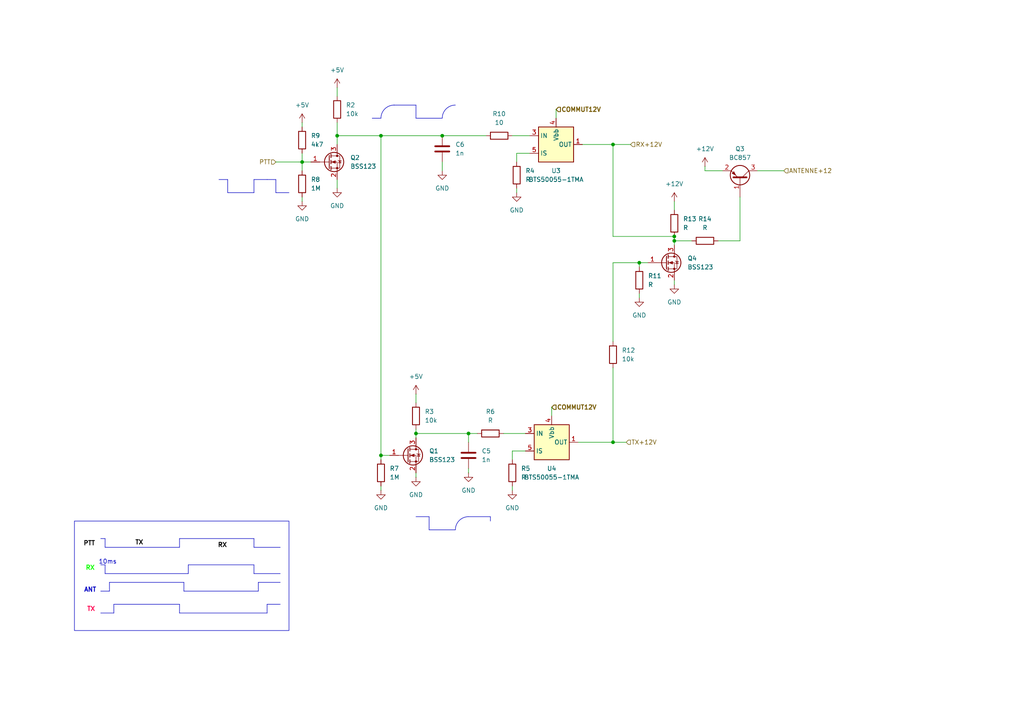
<source format=kicad_sch>
(kicad_sch (version 20231120) (generator "eeschema") (generator_version "8.0")
  (paper "A4")
  (title_block (title "JJK-144") (date "2024-10-04") (rev "V0-10") (company "F4DEB"))
  (lib_symbols
    (symbol "Device:C" (pin_numbers hide) (pin_names (offset 0.254))
      (property "Reference" "C" (at 0.635 2.54 0))
      (property "Value" "C" (at 0.635 -2.54 0))
      (symbol "C_0_1"
        (polyline (pts (xy -2.032 -0.762) (xy 2.032 -0.762)) (stroke (width 0.508)))
        (polyline (pts (xy -2.032 0.762) (xy 2.032 0.762)) (stroke (width 0.508)))
      )
      (symbol "C_1_1"
        (pin passive line (at 0 3.81 270) (length 2.794) (name "~") (number "1"))
        (pin passive line (at 0 -3.81 90) (length 2.794) (name "~") (number "2"))
      )
    )
    (symbol "Device:R" (pin_numbers hide) (pin_names (offset 0))
      (property "Reference" "R" (at 2.032 0 90))
      (property "Value" "R" (at 0 0 90))
      (symbol "R_0_1"
        (rectangle (start -1.016 -2.54) (end 1.016 2.54) (stroke (width 0.254)))
      )
      (symbol "R_1_1"
        (pin passive line (at 0 3.81 270) (length 1.27) (name "~") (number "1"))
        (pin passive line (at 0 -3.81 90) (length 1.27) (name "~") (number "2"))
      )
    )
    (symbol "Power_Management:BTS50055-1TMA"
      (property "Reference" "U" (at -5.08 6.35 0))
      (property "Value" "BTS50055-1TMA" (at 8.89 6.35 0))
      (symbol "BTS50055-1TMA_0_1"
        (rectangle (start -5.08 5.08) (end 5.08 -5.08) (stroke (width 0.254)) (fill (type background)))
      )
      (symbol "BTS50055-1TMA_1_1"
        (pin power_out line (at 7.62 0 180) (length 2.54) (name "OUT") (number "1"))
        (pin passive line (at 7.62 0 180) (length 2.54) hide (name "OUT") (number "2"))
        (pin input line (at -7.62 2.54 0) (length 2.54) (name "IN") (number "3"))
        (pin power_in line (at 0 7.62 270) (length 2.54) (name "Vbb") (number "4"))
        (pin output line (at -7.62 -2.54 0) (length 2.54) (name "IS") (number "5"))
        (pin passive line (at 7.62 0 180) (length 2.54) hide (name "OUT") (number "6"))
        (pin passive line (at 7.62 0 180) (length 2.54) hide (name "OUT") (number "7"))
      )
    )
    (symbol "Transistor_BJT:BC857" (pin_names (offset 0) hide)
      (property "Reference" "Q" (at 5.08 1.905 0))
      (property "Value" "BC857" (at 5.08 0 0))
      (symbol "BC857_0_1"
        (polyline (pts (xy 0.635 0.635) (xy 2.54 2.54)))
        (polyline (pts (xy 0.635 -0.635) (xy 2.54 -2.54) (xy 2.54 -2.54)))
        (polyline (pts (xy 0.635 1.905) (xy 0.635 -1.905) (xy 0.635 -1.905)) (stroke (width 0.508)))
        (polyline (pts (xy 2.286 -1.778) (xy 1.778 -2.286) (xy 1.27 -1.27) (xy 2.286 -1.778) (xy 2.286 -1.778)) (fill (type outline)))
        (circle (center 1.27 0) (radius 2.8194) (stroke (width 0.254)))
      )
      (symbol "BC857_1_1"
        (pin input line (at -5.08 0 0) (length 5.715) (name "B") (number "1"))
        (pin passive line (at 2.54 -5.08 90) (length 2.54) (name "E") (number "2"))
        (pin passive line (at 2.54 5.08 270) (length 2.54) (name "C") (number "3"))
      )
    )
    (symbol "Transistor_FET:BSS123" (pin_names hide)
      (property "Reference" "Q" (at 5.08 1.905 0))
      (property "Value" "BSS123" (at 5.08 0 0))
      (symbol "BSS123_0_1"
        (polyline (pts (xy 0.254 0) (xy -2.54 0)))
        (polyline (pts (xy 0.254 1.905) (xy 0.254 -1.905)) (stroke (width 0.254)))
        (polyline (pts (xy 0.762 -1.27) (xy 0.762 -2.286)) (stroke (width 0.254)))
        (polyline (pts (xy 0.762 0.508) (xy 0.762 -0.508)) (stroke (width 0.254)))
        (polyline (pts (xy 0.762 2.286) (xy 0.762 1.27)) (stroke (width 0.254)))
        (polyline (pts (xy 2.54 2.54) (xy 2.54 1.778)))
        (polyline (pts (xy 2.54 -2.54) (xy 2.54 0) (xy 0.762 0)))
        (polyline (pts (xy 0.762 -1.778) (xy 3.302 -1.778) (xy 3.302 1.778) (xy 0.762 1.778)))
        (polyline (pts (xy 1.016 0) (xy 2.032 0.381) (xy 2.032 -0.381) (xy 1.016 0)) (fill (type outline)))
        (polyline (pts (xy 2.794 0.508) (xy 2.921 0.381) (xy 3.683 0.381) (xy 3.81 0.254)))
        (polyline (pts (xy 3.302 0.381) (xy 2.921 -0.254) (xy 3.683 -0.254) (xy 3.302 0.381)))
        (circle (center 1.651 0) (radius 2.794) (stroke (width 0.254)))
        (circle (center 2.54 -1.778) (radius 0.254) (fill (type outline)))
        (circle (center 2.54 1.778) (radius 0.254) (fill (type outline)))
      )
      (symbol "BSS123_1_1"
        (pin input line (at -5.08 0 0) (length 2.54) (name "G") (number "1"))
        (pin passive line (at 2.54 -5.08 90) (length 2.54) (name "S") (number "2"))
        (pin passive line (at 2.54 5.08 270) (length 2.54) (name "D") (number "3"))
      )
    )
    (symbol "power:+12V" (power) (pin_numbers hide) (pin_names (offset 0) hide)
      (property "Value" "+12V" (at 0 3.556 0))
      (symbol "+12V_0_1"
        (polyline (pts (xy -0.762 1.27) (xy 0 2.54)))
        (polyline (pts (xy 0 0) (xy 0 2.54)))
        (polyline (pts (xy 0 2.54) (xy 0.762 1.27)))
      )
      (symbol "+12V_1_1"
        (pin power_in line (at 0 0 90) (length 0) (name "~") (number "1"))
      )
    )
    (symbol "power:+5V" (power) (pin_numbers hide) (pin_names (offset 0) hide)
      (property "Value" "+5V" (at 0 3.556 0))
      (symbol "+5V_0_1"
        (polyline (pts (xy -0.762 1.27) (xy 0 2.54)))
        (polyline (pts (xy 0 0) (xy 0 2.54)))
        (polyline (pts (xy 0 2.54) (xy 0.762 1.27)))
      )
      (symbol "+5V_1_1"
        (pin power_in line (at 0 0 90) (length 0) (name "~") (number "1"))
      )
    )
    (symbol "power:GND" (power) (pin_numbers hide) (pin_names (offset 0) hide)
      (property "Value" "GND" (at 0 -3.81 0))
      (symbol "GND_0_1"
        (polyline (pts (xy 0 0) (xy 0 -1.27) (xy 1.27 -1.27) (xy 0 -2.54) (xy -1.27 -1.27) (xy 0 -1.27)))
      )
      (symbol "GND_1_1"
        (pin power_in line (at 0 0 270) (length 0) (name "~") (number "1"))
      )
    )
  )
  (junction (at 135.89 125.73))
  (junction (at 185.42 76.2))
  (junction (at 177.8 128.27))
  (junction (at 120.65 125.73))
  (junction (at 87.63 46.99))
  (junction (at 128.27 39.37))
  (junction (at 195.58 68.58))
  (junction (at 110.49 39.37))
  (junction (at 177.8 41.91))
  (junction (at 110.49 132.08))
  (junction (at 195.58 69.85))
  (junction (at 97.79 39.37))
  (wire (pts (xy 97.79 35.56) (xy 97.79 39.37)))
  (wire (pts (xy 195.58 68.58) (xy 195.58 69.85)))
  (wire (pts (xy 97.79 52.07) (xy 97.79 54.61)))
  (wire (pts (xy 146.05 125.73) (xy 152.4 125.73)))
  (polyline (pts (xy 33.02 177.8) (xy 33.02 175.26)))
  (wire (pts (xy 148.59 39.37) (xy 153.67 39.37)))
  (wire (pts (xy 177.8 128.27) (xy 181.61 128.27)))
  (wire (pts (xy 195.58 69.85) (xy 195.58 71.12)))
  (wire (pts (xy 168.91 41.91) (xy 177.8 41.91)))
  (wire (pts (xy 120.65 125.73) (xy 120.65 127)))
  (polyline (pts (xy 73.66 156.21) (xy 73.66 158.75)))
  (wire (pts (xy 204.47 48.26) (xy 204.47 49.53)))
  (polyline (pts (xy 30.48 166.37) (xy 54.61 166.37)))
  (polyline (pts (xy 53.34 168.91) (xy 53.34 171.45)))
  (polyline (pts (xy 80.01 52.07) (xy 80.01 55.88)))
  (wire (pts (xy 110.49 132.08) (xy 113.03 132.08)))
  (polyline (pts (xy 73.66 52.07) (xy 77.47 52.07)))
  (wire (pts (xy 135.89 125.73) (xy 135.89 128.27)))
  (wire (pts (xy 149.86 44.45) (xy 153.67 44.45)))
  (polyline (pts (xy 114.3 30.48) (xy 120.65 30.48)))
  (polyline (pts (xy 52.07 156.21) (xy 73.66 156.21)))
  (polyline (pts (xy 29.21 163.83) (xy 30.48 163.83)))
  (polyline (pts (xy 120.65 149.86) (xy 124.46 149.86)))
  (wire (pts (xy 87.63 46.99) (xy 87.63 49.53)))
  (polyline (pts (xy 80.01 55.88) (xy 83.82 55.88)))
  (wire (pts (xy 110.49 39.37) (xy 128.27 39.37)))
  (polyline (pts (xy 66.04 52.07) (xy 66.04 55.88)))
  (wire (pts (xy 195.58 69.85) (xy 200.66 69.85)))
  (wire (pts (xy 214.63 57.15) (xy 214.63 69.85)))
  (wire (pts (xy 120.65 137.16) (xy 120.65 138.43)))
  (polyline (pts (xy 33.02 175.26) (xy 52.07 175.26)))
  (wire (pts (xy 80.01 46.99) (xy 87.63 46.99)))
  (wire (pts (xy 195.58 68.58) (xy 177.8 68.58)))
  (wire (pts (xy 87.63 44.45) (xy 87.63 46.99)))
  (polyline (pts (xy 52.07 177.8) (xy 77.47 177.8)))
  (wire (pts (xy 160.02 118.11) (xy 160.02 120.65)))
  (polyline (pts (xy 30.48 158.75) (xy 52.07 158.75)))
  (wire (pts (xy 177.8 68.58) (xy 177.8 41.91)))
  (polyline (pts (xy 77.47 177.8) (xy 77.47 175.26)))
  (polyline (pts (xy 29.21 177.8) (xy 33.02 177.8)))
  (wire (pts (xy 161.29 31.75) (xy 161.29 34.29)))
  (wire (pts (xy 195.58 81.28) (xy 195.58 82.55)))
  (wire (pts (xy 97.79 25.4) (xy 97.79 27.94)))
  (wire (pts (xy 177.8 106.68) (xy 177.8 128.27)))
  (polyline (pts (xy 52.07 158.75) (xy 52.07 156.21)))
  (wire (pts (xy 185.42 76.2) (xy 185.42 77.47)))
  (wire (pts (xy 110.49 39.37) (xy 110.49 132.08)))
  (polyline (pts (xy 124.46 153.67) (xy 132.08 153.67)))
  (polyline (pts (xy 31.75 171.45) (xy 31.75 168.91)))
  (wire (pts (xy 185.42 85.09) (xy 185.42 86.36)))
  (polyline (pts (xy 107.95 34.29) (xy 110.49 34.29)))
  (wire (pts (xy 87.63 46.99) (xy 90.17 46.99)))
  (polyline (pts (xy 74.93 171.45) (xy 74.93 168.91)))
  (wire (pts (xy 177.8 76.2) (xy 177.8 99.06)))
  (wire (pts (xy 110.49 140.97) (xy 110.49 142.24)))
  (wire (pts (xy 110.49 132.08) (xy 110.49 133.35)))
  (polyline (pts (xy 29.21 156.21) (xy 30.48 156.21)))
  (wire (pts (xy 128.27 39.37) (xy 140.97 39.37)))
  (polyline (pts (xy 29.21 171.45) (xy 31.75 171.45)))
  (wire (pts (xy 148.59 140.97) (xy 148.59 142.24)))
  (wire (pts (xy 149.86 44.45) (xy 149.86 46.99)))
  (wire (pts (xy 135.89 125.73) (xy 138.43 125.73)))
  (polyline (pts (xy 142.24 149.86) (xy 142.24 151.13)))
  (wire (pts (xy 148.59 130.81) (xy 148.59 133.35)))
  (polyline (pts (xy 77.47 175.26) (xy 81.28 175.26)))
  (wire (pts (xy 167.64 128.27) (xy 177.8 128.27)))
  (wire (pts (xy 148.59 130.81) (xy 152.4 130.81)))
  (polyline (pts (xy 73.66 166.37) (xy 81.28 166.37)))
  (polyline (pts (xy 124.46 149.86) (xy 124.46 153.67)))
  (wire (pts (xy 208.28 69.85) (xy 214.63 69.85)))
  (wire (pts (xy 177.8 76.2) (xy 185.42 76.2)))
  (wire (pts (xy 177.8 41.91) (xy 182.88 41.91)))
  (polyline (pts (xy 120.65 30.48) (xy 120.65 34.29)))
  (wire (pts (xy 185.42 76.2) (xy 187.96 76.2)))
  (polyline (pts (xy 66.04 55.88) (xy 73.66 55.88)))
  (wire (pts (xy 120.65 125.73) (xy 135.89 125.73)))
  (wire (pts (xy 120.65 125.73) (xy 120.65 124.46)))
  (polyline (pts (xy 30.48 158.75) (xy 30.48 156.21)))
  (polyline (pts (xy 30.48 163.83) (xy 30.48 166.37)))
  (polyline (pts (xy 73.66 55.88) (xy 73.66 52.07)))
  (wire (pts (xy 97.79 39.37) (xy 97.79 41.91)))
  (polyline (pts (xy 74.93 168.91) (xy 81.28 168.91)))
  (polyline (pts (xy 53.34 171.45) (xy 74.93 171.45)))
  (wire (pts (xy 87.63 35.56) (xy 87.63 36.83)))
  (wire (pts (xy 149.86 54.61) (xy 149.86 55.88)))
  (wire (pts (xy 128.27 46.99) (xy 128.27 49.53)))
  (wire (pts (xy 87.63 57.15) (xy 87.63 58.42)))
  (wire (pts (xy 97.79 39.37) (xy 110.49 39.37)))
  (polyline (pts (xy 73.66 158.75) (xy 81.28 158.75)))
  (polyline (pts (xy 135.89 149.86) (xy 142.24 149.86)))
  (wire (pts (xy 120.65 114.3) (xy 120.65 116.84)))
  (polyline (pts (xy 52.07 175.26) (xy 52.07 177.8)))
  (wire (pts (xy 219.71 49.53) (xy 227.33 49.53)))
  (wire (pts (xy 135.89 135.89) (xy 135.89 137.16)))
  (polyline (pts (xy 54.61 166.37) (xy 54.61 163.83)))
  (polyline (pts (xy 73.66 163.83) (xy 73.66 166.37)))
  (wire (pts (xy 204.47 49.53) (xy 209.55 49.53)))
  (polyline (pts (xy 63.5 52.07) (xy 66.04 52.07)))
  (polyline (pts (xy 120.65 34.29) (xy 125.73 34.29)))
  (polyline (pts (xy 77.47 52.07) (xy 80.01 52.07)))
  (polyline (pts (xy 125.73 34.29) (xy 128.27 34.29)))
  (wire (pts (xy 195.58 58.42) (xy 195.58 60.96)))
  (polyline (pts (xy 31.75 168.91) (xy 53.34 168.91)))
  (polyline (pts (xy 54.61 163.83) (xy 73.66 163.83)))
  (arc (start 110.49 34.29) (mid 111.6059 31.5959) (end 114.3 30.48))
  (arc (start 132.08 153.67) (mid 133.1959 150.9759) (end 135.89 149.86))
  (arc (start 128.27 34.29) (mid 129.3859 31.5959) (end 132.08 30.48))
  (rectangle (start 21.59 151.13) (end 83.82 182.88))
  (arc (start 114.3 30.48) (mid 114.3 30.48) (end 114.3 30.48))
  (text "TX" (at 40.386 157.48 0) (effects (font (size 1.27 1.27) (thickness 0.254) (bold yes))))
  (text "10ms" (at 31.242 163.068 0) (effects (font (size 1.27 1.27))))
  (text "PTT" (at 25.908 157.734 0) (effects (font (size 1.27 1.27) (thickness 0.254) (bold yes))))
  (text "RX" (at 26.162 164.846 0) (effects (font (size 1.27 1.27) (thickness 0.254) (bold yes))))
  (text "RX" (at 64.516 158.242 0) (effects (font (size 1.27 1.27) (thickness 0.254) (bold yes))))
  (text "TX" (at 26.416 176.784 0) (effects (font (size 1.27 1.27) (thickness 0.254) (bold yes))))
  (text "ANT" (at 26.162 171.196 0) (effects (font (size 1.27 1.27) (thickness 0.254) (bold yes))))
  (hierarchical_label "RX+12V" (shape input) (at 182.88 41.91 0))
  (hierarchical_label "PTT" (shape input) (at 80.01 46.99 180))
  (hierarchical_label "TX+12V" (shape input) (at 181.61 128.27 0))
  (hierarchical_label "COMMUT12V" (shape input) (at 161.29 31.75 0) (effects (font (thickness 0.254) (bold yes))))
  (hierarchical_label "ANTENNE+12" (shape input) (at 227.33 49.53 0))
  (hierarchical_label "COMMUT12V" (shape input) (at 160.02 118.11 0) (effects (font (thickness 0.254) (bold yes))))
  (symbol (lib_id "power:+5V") (at 120.65 114.3 0) (unit 1)
    (property "Reference" "#PWR012" (effects (hide yes)))
    (property "Value" "+5V" (at 120.65 109.22 0))
    (property "Description" "Power symbol creates a global label with name \"+5V\"" (effects (hide yes)))
  )
  (symbol (lib_id "power:+12V") (at 195.58 58.42 0) (unit 1)
    (property "Reference" "#PWR023" (effects (hide yes)))
    (property "Value" "+12V" (at 195.58 53.34 0))
    (property "Description" "Power symbol creates a global label with name \"+12V\"" (effects (hide yes)))
  )
  (symbol (lib_id "power:+12V") (at 204.47 48.26 0) (unit 1)
    (property "Reference" "#PWR022" (effects (hide yes)))
    (property "Value" "+12V" (at 204.47 43.18 0))
    (property "Description" "Power symbol creates a global label with name \"+12V\"" (effects (hide yes)))
  )
  (symbol (lib_id "power:GND") (at 148.59 142.24 0) (unit 1)
    (property "Reference" "#PWR014" (effects (hide yes)))
    (property "Value" "GND" (at 148.59 147.32 0))
    (property "Description" "Power symbol creates a global label with name \"GND\" , ground" (effects (hide yes)))
  )
  (symbol (lib_id "power:GND") (at 185.42 86.36 0) (unit 1)
    (property "Reference" "#PWR025" (effects (hide yes)))
    (property "Value" "GND" (at 185.42 91.44 0))
    (property "Description" "Power symbol creates a global label with name \"GND\" , ground" (effects (hide yes)))
  )
  (symbol (lib_id "power:GND") (at 195.58 82.55 0) (unit 1)
    (property "Reference" "#PWR024" (effects (hide yes)))
    (property "Value" "GND" (at 195.58 87.63 0))
    (property "Description" "Power symbol creates a global label with name \"GND\" , ground" (effects (hide yes)))
  )
  (symbol (lib_id "power:GND") (at 87.63 58.42 0) (unit 1)
    (property "Reference" "#PWR017" (effects (hide yes)))
    (property "Value" "GND" (at 87.63 63.5 0))
    (property "Description" "Power symbol creates a global label with name \"GND\" , ground" (effects (hide yes)))
  )
  (symbol (lib_id "Device:R") (at 204.47 69.85 90) (unit 1)
    (property "Reference" "R14" (at 204.47 63.5 90))
    (property "Value" "R" (at 204.47 66.04 90))
    (property "Description" "Resistor" (effects (hide yes)))
  )
  (symbol (lib_id "power:GND") (at 97.79 54.61 0) (unit 1)
    (property "Reference" "#PWR016" (effects (hide yes)))
    (property "Value" "GND" (at 97.79 59.69 0))
    (property "Description" "Power symbol creates a global label with name \"GND\" , ground" (effects (hide yes)))
  )
  (symbol (lib_id "power:+5V") (at 97.79 25.4 0) (unit 1)
    (property "Reference" "#PWR011" (effects (hide yes)))
    (property "Value" "+5V" (at 97.79 20.32 0))
    (property "Description" "Power symbol creates a global label with name \"+5V\"" (effects (hide yes)))
  )
  (symbol (lib_id "Device:R") (at 177.8 102.87 0) (unit 1)
    (property "Reference" "R12" (at 180.34 101.5999 0) (effects (justify left)))
    (property "Value" "10k" (at 180.34 104.1399 0) (effects (justify left)))
    (property "Description" "Resistor" (effects (hide yes)))
  )
  (symbol (lib_id "Transistor_FET:BSS123") (at 95.25 46.99 0) (unit 1)
    (property "Reference" "Q2" (at 101.6 45.7199 0) (effects (justify left)))
    (property "Value" "BSS123" (at 101.6 48.2599 0) (effects (justify left)))
    (property "Footprint" "Package_TO_SOT_SMD:SOT-23" (effects (hide yes)))
    (property "Datasheet" "http://www.diodes.com/assets/Datasheets/ds30366.pdf" (effects (hide yes)))
    (property "Description" "0.17A Id, 100V Vds, N-Channel MOSFET, SOT-23" (effects (hide yes)))
  )
  (symbol (lib_id "power:GND") (at 128.27 49.53 0) (unit 1)
    (property "Reference" "#PWR021" (effects (hide yes)))
    (property "Value" "GND" (at 128.27 54.61 0))
    (property "Description" "Power symbol creates a global label with name \"GND\" , ground" (effects (hide yes)))
  )
  (symbol (lib_id "Device:R") (at 120.65 120.65 0) (unit 1)
    (property "Reference" "R3" (at 123.19 119.3799 0) (effects (justify left)))
    (property "Value" "10k" (at 123.19 121.9199 0) (effects (justify left)))
    (property "Description" "Resistor" (effects (hide yes)))
  )
  (symbol (lib_id "power:GND") (at 110.49 142.24 0) (unit 1)
    (property "Reference" "#PWR018" (effects (hide yes)))
    (property "Value" "GND" (at 110.49 147.32 0))
    (property "Description" "Power symbol creates a global label with name \"GND\" , ground" (effects (hide yes)))
  )
  (symbol (lib_id "Device:C") (at 128.27 43.18 0) (unit 1)
    (property "Reference" "C6" (at 132.08 41.9099 0) (effects (justify left)))
    (property "Value" "1n" (at 132.08 44.4499 0) (effects (justify left)))
    (property "Description" "Unpolarized capacitor" (effects (hide yes)))
  )
  (symbol (lib_id "Power_Management:BTS50055-1TMA") (at 161.29 41.91 0) (unit 1)
    (property "Reference" "U3" (at 161.29 49.53 0))
    (property "Value" "BTS50055-1TMA" (at 161.29 52.07 0))
    (property "Footprint" "Package_TO_SOT_SMD:TO-263-7_TabPin4" (effects (hide yes)))
    (property "Datasheet" "http://www.infineon.com/dgdl/Infineon-BTS50055-1TMA-DS-v01_00-EN.pdf?fileId=5546d4625a888733015aa9b00de935ed" (effects (hide yes)))
    (property "Description" "Smart High-Side Power Switch, PROFET, Single, 6mOhm, 70A, 34V, TO220-7" (effects (hide yes)))
  )
  (symbol (lib_id "Device:R") (at 87.63 40.64 0) (unit 1)
    (property "Reference" "R9" (at 90.17 39.3699 0) (effects (justify left)))
    (property "Value" "4k7" (at 90.17 41.9099 0) (effects (justify left)))
    (property "Description" "Resistor" (effects (hide yes)))
  )
  (symbol (lib_id "Power_Management:BTS50055-1TMA") (at 160.02 128.27 0) (unit 1)
    (property "Reference" "U4" (at 160.02 135.89 0))
    (property "Value" "BTS50055-1TMA" (at 160.02 138.43 0))
    (property "Footprint" "Package_TO_SOT_SMD:TO-263-7_TabPin4" (effects (hide yes)))
    (property "Datasheet" "http://www.infineon.com/dgdl/Infineon-BTS50055-1TMA-DS-v01_00-EN.pdf?fileId=5546d4625a888733015aa9b00de935ed" (effects (hide yes)))
    (property "Description" "Smart High-Side Power Switch, PROFET, Single, 6mOhm, 70A, 34V, TO220-7" (effects (hide yes)))
  )
  (symbol (lib_id "Device:R") (at 97.79 31.75 0) (unit 1)
    (property "Reference" "R2" (at 100.33 30.4799 0) (effects (justify left)))
    (property "Value" "10k" (at 100.33 33.0199 0) (effects (justify left)))
    (property "Description" "Resistor" (effects (hide yes)))
  )
  (symbol (lib_id "Device:R") (at 110.49 137.16 0) (unit 1)
    (property "Reference" "R7" (at 113.03 135.8899 0) (effects (justify left)))
    (property "Value" "1M" (at 113.03 138.4299 0) (effects (justify left)))
    (property "Description" "Resistor" (effects (hide yes)))
  )
  (symbol (lib_id "Device:R") (at 144.78 39.37 90) (unit 1)
    (property "Reference" "R10" (at 144.78 33.02 90))
    (property "Value" "10" (at 144.78 35.56 90))
    (property "Description" "Resistor" (effects (hide yes)))
  )
  (symbol (lib_id "power:GND") (at 135.89 137.16 0) (unit 1)
    (property "Reference" "#PWR019" (effects (hide yes)))
    (property "Value" "GND" (at 135.89 142.24 0))
    (property "Description" "Power symbol creates a global label with name \"GND\" , ground" (effects (hide yes)))
  )
  (symbol (lib_id "Transistor_FET:BSS123") (at 118.11 132.08 0) (unit 1)
    (property "Reference" "Q1" (at 124.46 130.8099 0) (effects (justify left)))
    (property "Value" "BSS123" (at 124.46 133.3499 0) (effects (justify left)))
    (property "Footprint" "Package_TO_SOT_SMD:SOT-23" (effects (hide yes)))
    (property "Datasheet" "http://www.diodes.com/assets/Datasheets/ds30366.pdf" (effects (hide yes)))
    (property "Description" "0.17A Id, 100V Vds, N-Channel MOSFET, SOT-23" (effects (hide yes)))
  )
  (symbol (lib_id "power:GND") (at 120.65 138.43 0) (unit 1)
    (property "Reference" "#PWR015" (effects (hide yes)))
    (property "Value" "GND" (at 120.65 143.51 0))
    (property "Description" "Power symbol creates a global label with name \"GND\" , ground" (effects (hide yes)))
  )
  (symbol (lib_id "power:GND") (at 149.86 55.88 0) (unit 1)
    (property "Reference" "#PWR013" (effects (hide yes)))
    (property "Value" "GND" (at 149.86 60.96 0))
    (property "Description" "Power symbol creates a global label with name \"GND\" , ground" (effects (hide yes)))
  )
  (symbol (lib_id "power:+5V") (at 87.63 35.56 0) (unit 1)
    (property "Reference" "#PWR020" (effects (hide yes)))
    (property "Value" "+5V" (at 87.63 30.48 0))
    (property "Description" "Power symbol creates a global label with name \"+5V\"" (effects (hide yes)))
  )
  (symbol (lib_id "Transistor_BJT:BC857") (at 214.63 52.07 270) (mirror x) (unit 1)
    (property "Reference" "Q3" (at 214.63 43.18 90))
    (property "Value" "BC857" (at 214.63 45.72 90))
    (property "Footprint" "Package_TO_SOT_SMD:SOT-23" (effects (hide yes)))
    (property "Datasheet" "https://www.onsemi.com/pub/Collateral/BC860-D.pdf" (effects (hide yes)))
    (property "Description" "0.1A Ic, 45V Vce, PNP Transistor, SOT-23" (effects (hide yes)))
  )
  (symbol (lib_id "Device:C") (at 135.89 132.08 0) (unit 1)
    (property "Reference" "C5" (at 139.7 130.8099 0) (effects (justify left)))
    (property "Value" "1n" (at 139.7 133.3499 0) (effects (justify left)))
    (property "Description" "Unpolarized capacitor" (effects (hide yes)))
  )
  (symbol (lib_id "Device:R") (at 195.58 64.77 0) (unit 1)
    (property "Reference" "R13" (at 198.12 63.4999 0) (effects (justify left)))
    (property "Value" "R" (at 198.12 66.0399 0) (effects (justify left)))
    (property "Description" "Resistor" (effects (hide yes)))
  )
  (symbol (lib_id "Device:R") (at 87.63 53.34 0) (unit 1)
    (property "Reference" "R8" (at 90.17 52.0699 0) (effects (justify left)))
    (property "Value" "1M" (at 90.17 54.6099 0) (effects (justify left)))
    (property "Description" "Resistor" (effects (hide yes)))
  )
  (symbol (lib_id "Device:R") (at 149.86 50.8 0) (unit 1)
    (property "Reference" "R4" (at 152.4 49.5299 0) (effects (justify left)))
    (property "Value" "R" (at 152.4 52.0699 0) (effects (justify left)))
    (property "Description" "Resistor" (effects (hide yes)))
  )
  (symbol (lib_id "Device:R") (at 148.59 137.16 0) (unit 1)
    (property "Reference" "R5" (at 151.13 135.8899 0) (effects (justify left)))
    (property "Value" "R" (at 151.13 138.4299 0) (effects (justify left)))
    (property "Description" "Resistor" (effects (hide yes)))
  )
  (symbol (lib_id "Device:R") (at 185.42 81.28 0) (unit 1)
    (property "Reference" "R11" (at 187.96 80.0099 0) (effects (justify left)))
    (property "Value" "R" (at 187.96 82.5499 0) (effects (justify left)))
    (property "Description" "Resistor" (effects (hide yes)))
  )
  (symbol (lib_id "Transistor_FET:BSS123") (at 193.04 76.2 0) (unit 1)
    (property "Reference" "Q4" (at 199.39 74.9299 0) (effects (justify left)))
    (property "Value" "BSS123" (at 199.39 77.4699 0) (effects (justify left)))
    (property "Footprint" "Package_TO_SOT_SMD:SOT-23" (effects (hide yes)))
    (property "Datasheet" "http://www.diodes.com/assets/Datasheets/ds30366.pdf" (effects (hide yes)))
    (property "Description" "0.17A Id, 100V Vds, N-Channel MOSFET, SOT-23" (effects (hide yes)))
  )
  (symbol (lib_id "Device:R") (at 142.24 125.73 90) (unit 1)
    (property "Reference" "R6" (at 142.24 119.38 90))
    (property "Value" "R" (at 142.24 121.92 90))
    (property "Description" "Resistor" (effects (hide yes)))
  )
)
</source>
